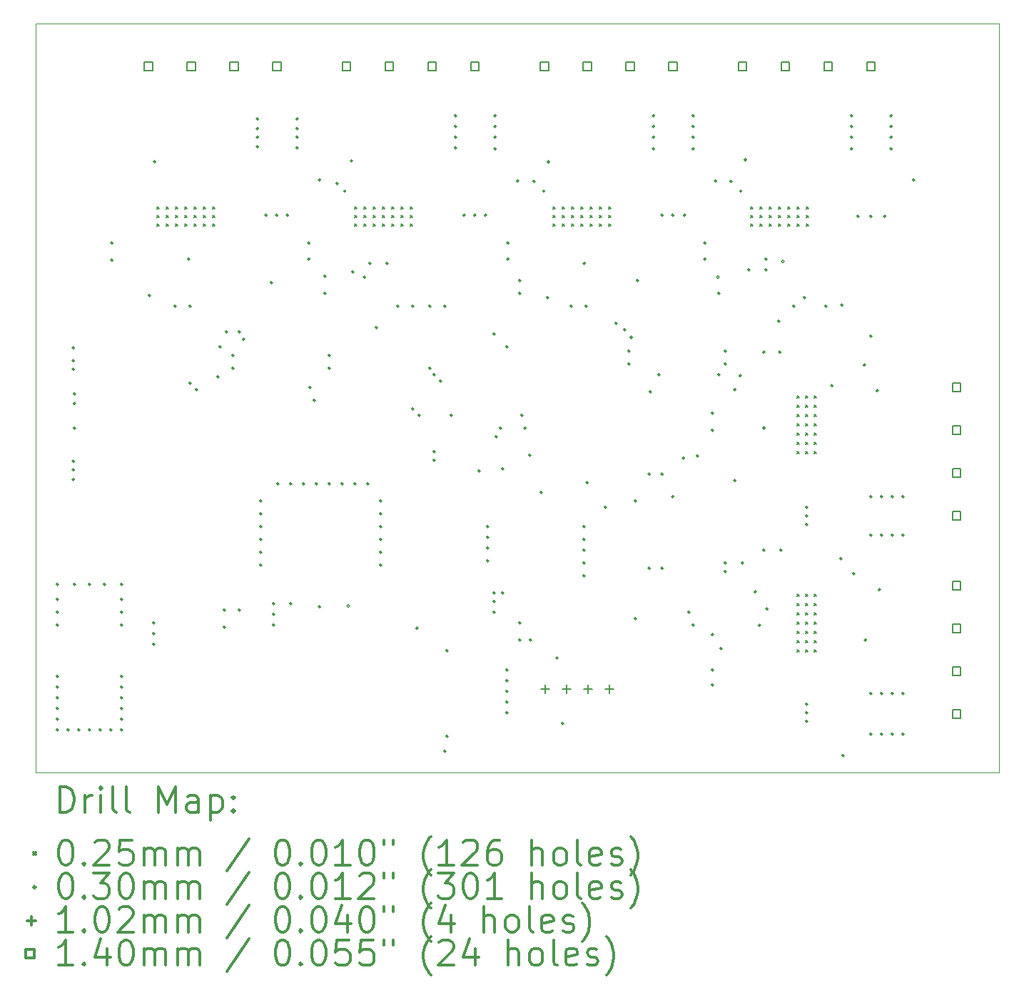
<source format=gbr>
%FSLAX45Y45*%
G04 Gerber Fmt 4.5, Leading zero omitted, Abs format (unit mm)*
G04 Created by KiCad (PCBNEW (5.1.9)-1) date 2021-04-25 15:52:07*
%MOMM*%
%LPD*%
G01*
G04 APERTURE LIST*
%TA.AperFunction,Profile*%
%ADD10C,0.050000*%
%TD*%
%ADD11C,0.200000*%
%ADD12C,0.300000*%
G04 APERTURE END LIST*
D10*
X21209000Y-5461000D02*
X9779000Y-5461000D01*
X21209000Y-14351000D02*
X21209000Y-5461000D01*
X9779000Y-14351000D02*
X21209000Y-14351000D01*
X9779000Y-5461000D02*
X9779000Y-14351000D01*
D11*
X11214300Y-7634300D02*
X11239700Y-7659700D01*
X11239700Y-7634300D02*
X11214300Y-7659700D01*
X11214300Y-7734300D02*
X11239700Y-7759700D01*
X11239700Y-7734300D02*
X11214300Y-7759700D01*
X11214300Y-7834300D02*
X11239700Y-7859700D01*
X11239700Y-7834300D02*
X11214300Y-7859700D01*
X11324300Y-7634300D02*
X11349700Y-7659700D01*
X11349700Y-7634300D02*
X11324300Y-7659700D01*
X11324300Y-7734300D02*
X11349700Y-7759700D01*
X11349700Y-7734300D02*
X11324300Y-7759700D01*
X11324300Y-7834300D02*
X11349700Y-7859700D01*
X11349700Y-7834300D02*
X11324300Y-7859700D01*
X11434300Y-7634300D02*
X11459700Y-7659700D01*
X11459700Y-7634300D02*
X11434300Y-7659700D01*
X11434300Y-7734300D02*
X11459700Y-7759700D01*
X11459700Y-7734300D02*
X11434300Y-7759700D01*
X11434300Y-7834300D02*
X11459700Y-7859700D01*
X11459700Y-7834300D02*
X11434300Y-7859700D01*
X11544300Y-7634300D02*
X11569700Y-7659700D01*
X11569700Y-7634300D02*
X11544300Y-7659700D01*
X11544300Y-7734300D02*
X11569700Y-7759700D01*
X11569700Y-7734300D02*
X11544300Y-7759700D01*
X11544300Y-7834300D02*
X11569700Y-7859700D01*
X11569700Y-7834300D02*
X11544300Y-7859700D01*
X11654300Y-7634300D02*
X11679700Y-7659700D01*
X11679700Y-7634300D02*
X11654300Y-7659700D01*
X11654300Y-7734300D02*
X11679700Y-7759700D01*
X11679700Y-7734300D02*
X11654300Y-7759700D01*
X11654300Y-7834300D02*
X11679700Y-7859700D01*
X11679700Y-7834300D02*
X11654300Y-7859700D01*
X11764300Y-7634300D02*
X11789700Y-7659700D01*
X11789700Y-7634300D02*
X11764300Y-7659700D01*
X11764300Y-7734300D02*
X11789700Y-7759700D01*
X11789700Y-7734300D02*
X11764300Y-7759700D01*
X11764300Y-7834300D02*
X11789700Y-7859700D01*
X11789700Y-7834300D02*
X11764300Y-7859700D01*
X11874300Y-7634300D02*
X11899700Y-7659700D01*
X11899700Y-7634300D02*
X11874300Y-7659700D01*
X11874300Y-7734300D02*
X11899700Y-7759700D01*
X11899700Y-7734300D02*
X11874300Y-7759700D01*
X11874300Y-7834300D02*
X11899700Y-7859700D01*
X11899700Y-7834300D02*
X11874300Y-7859700D01*
X13563800Y-7634300D02*
X13589200Y-7659700D01*
X13589200Y-7634300D02*
X13563800Y-7659700D01*
X13563800Y-7734300D02*
X13589200Y-7759700D01*
X13589200Y-7734300D02*
X13563800Y-7759700D01*
X13563800Y-7834300D02*
X13589200Y-7859700D01*
X13589200Y-7834300D02*
X13563800Y-7859700D01*
X13673800Y-7634300D02*
X13699200Y-7659700D01*
X13699200Y-7634300D02*
X13673800Y-7659700D01*
X13673800Y-7734300D02*
X13699200Y-7759700D01*
X13699200Y-7734300D02*
X13673800Y-7759700D01*
X13673800Y-7834300D02*
X13699200Y-7859700D01*
X13699200Y-7834300D02*
X13673800Y-7859700D01*
X13783800Y-7634300D02*
X13809200Y-7659700D01*
X13809200Y-7634300D02*
X13783800Y-7659700D01*
X13783800Y-7734300D02*
X13809200Y-7759700D01*
X13809200Y-7734300D02*
X13783800Y-7759700D01*
X13783800Y-7834300D02*
X13809200Y-7859700D01*
X13809200Y-7834300D02*
X13783800Y-7859700D01*
X13893800Y-7634300D02*
X13919200Y-7659700D01*
X13919200Y-7634300D02*
X13893800Y-7659700D01*
X13893800Y-7734300D02*
X13919200Y-7759700D01*
X13919200Y-7734300D02*
X13893800Y-7759700D01*
X13893800Y-7834300D02*
X13919200Y-7859700D01*
X13919200Y-7834300D02*
X13893800Y-7859700D01*
X14003800Y-7634300D02*
X14029200Y-7659700D01*
X14029200Y-7634300D02*
X14003800Y-7659700D01*
X14003800Y-7734300D02*
X14029200Y-7759700D01*
X14029200Y-7734300D02*
X14003800Y-7759700D01*
X14003800Y-7834300D02*
X14029200Y-7859700D01*
X14029200Y-7834300D02*
X14003800Y-7859700D01*
X14113800Y-7634300D02*
X14139200Y-7659700D01*
X14139200Y-7634300D02*
X14113800Y-7659700D01*
X14113800Y-7734300D02*
X14139200Y-7759700D01*
X14139200Y-7734300D02*
X14113800Y-7759700D01*
X14113800Y-7834300D02*
X14139200Y-7859700D01*
X14139200Y-7834300D02*
X14113800Y-7859700D01*
X14223800Y-7634300D02*
X14249200Y-7659700D01*
X14249200Y-7634300D02*
X14223800Y-7659700D01*
X14223800Y-7734300D02*
X14249200Y-7759700D01*
X14249200Y-7734300D02*
X14223800Y-7759700D01*
X14223800Y-7834300D02*
X14249200Y-7859700D01*
X14249200Y-7834300D02*
X14223800Y-7859700D01*
X15913300Y-7634300D02*
X15938700Y-7659700D01*
X15938700Y-7634300D02*
X15913300Y-7659700D01*
X15913300Y-7734300D02*
X15938700Y-7759700D01*
X15938700Y-7734300D02*
X15913300Y-7759700D01*
X15913300Y-7834300D02*
X15938700Y-7859700D01*
X15938700Y-7834300D02*
X15913300Y-7859700D01*
X16023300Y-7634300D02*
X16048700Y-7659700D01*
X16048700Y-7634300D02*
X16023300Y-7659700D01*
X16023300Y-7734300D02*
X16048700Y-7759700D01*
X16048700Y-7734300D02*
X16023300Y-7759700D01*
X16023300Y-7834300D02*
X16048700Y-7859700D01*
X16048700Y-7834300D02*
X16023300Y-7859700D01*
X16133300Y-7634300D02*
X16158700Y-7659700D01*
X16158700Y-7634300D02*
X16133300Y-7659700D01*
X16133300Y-7734300D02*
X16158700Y-7759700D01*
X16158700Y-7734300D02*
X16133300Y-7759700D01*
X16133300Y-7834300D02*
X16158700Y-7859700D01*
X16158700Y-7834300D02*
X16133300Y-7859700D01*
X16243300Y-7634300D02*
X16268700Y-7659700D01*
X16268700Y-7634300D02*
X16243300Y-7659700D01*
X16243300Y-7734300D02*
X16268700Y-7759700D01*
X16268700Y-7734300D02*
X16243300Y-7759700D01*
X16243300Y-7834300D02*
X16268700Y-7859700D01*
X16268700Y-7834300D02*
X16243300Y-7859700D01*
X16353300Y-7634300D02*
X16378700Y-7659700D01*
X16378700Y-7634300D02*
X16353300Y-7659700D01*
X16353300Y-7734300D02*
X16378700Y-7759700D01*
X16378700Y-7734300D02*
X16353300Y-7759700D01*
X16353300Y-7834300D02*
X16378700Y-7859700D01*
X16378700Y-7834300D02*
X16353300Y-7859700D01*
X16463300Y-7634300D02*
X16488700Y-7659700D01*
X16488700Y-7634300D02*
X16463300Y-7659700D01*
X16463300Y-7734300D02*
X16488700Y-7759700D01*
X16488700Y-7734300D02*
X16463300Y-7759700D01*
X16463300Y-7834300D02*
X16488700Y-7859700D01*
X16488700Y-7834300D02*
X16463300Y-7859700D01*
X16573300Y-7634300D02*
X16598700Y-7659700D01*
X16598700Y-7634300D02*
X16573300Y-7659700D01*
X16573300Y-7734300D02*
X16598700Y-7759700D01*
X16598700Y-7734300D02*
X16573300Y-7759700D01*
X16573300Y-7834300D02*
X16598700Y-7859700D01*
X16598700Y-7834300D02*
X16573300Y-7859700D01*
X18262800Y-7634300D02*
X18288200Y-7659700D01*
X18288200Y-7634300D02*
X18262800Y-7659700D01*
X18262800Y-7734300D02*
X18288200Y-7759700D01*
X18288200Y-7734300D02*
X18262800Y-7759700D01*
X18262800Y-7834300D02*
X18288200Y-7859700D01*
X18288200Y-7834300D02*
X18262800Y-7859700D01*
X18372800Y-7634300D02*
X18398200Y-7659700D01*
X18398200Y-7634300D02*
X18372800Y-7659700D01*
X18372800Y-7734300D02*
X18398200Y-7759700D01*
X18398200Y-7734300D02*
X18372800Y-7759700D01*
X18372800Y-7834300D02*
X18398200Y-7859700D01*
X18398200Y-7834300D02*
X18372800Y-7859700D01*
X18482800Y-7634300D02*
X18508200Y-7659700D01*
X18508200Y-7634300D02*
X18482800Y-7659700D01*
X18482800Y-7734300D02*
X18508200Y-7759700D01*
X18508200Y-7734300D02*
X18482800Y-7759700D01*
X18482800Y-7834300D02*
X18508200Y-7859700D01*
X18508200Y-7834300D02*
X18482800Y-7859700D01*
X18592800Y-7634300D02*
X18618200Y-7659700D01*
X18618200Y-7634300D02*
X18592800Y-7659700D01*
X18592800Y-7734300D02*
X18618200Y-7759700D01*
X18618200Y-7734300D02*
X18592800Y-7759700D01*
X18592800Y-7834300D02*
X18618200Y-7859700D01*
X18618200Y-7834300D02*
X18592800Y-7859700D01*
X18702800Y-7634300D02*
X18728200Y-7659700D01*
X18728200Y-7634300D02*
X18702800Y-7659700D01*
X18702800Y-7734300D02*
X18728200Y-7759700D01*
X18728200Y-7734300D02*
X18702800Y-7759700D01*
X18702800Y-7834300D02*
X18728200Y-7859700D01*
X18728200Y-7834300D02*
X18702800Y-7859700D01*
X18810300Y-9880800D02*
X18835700Y-9906200D01*
X18835700Y-9880800D02*
X18810300Y-9906200D01*
X18810300Y-9990800D02*
X18835700Y-10016200D01*
X18835700Y-9990800D02*
X18810300Y-10016200D01*
X18810300Y-10100800D02*
X18835700Y-10126200D01*
X18835700Y-10100800D02*
X18810300Y-10126200D01*
X18810300Y-10210800D02*
X18835700Y-10236200D01*
X18835700Y-10210800D02*
X18810300Y-10236200D01*
X18810300Y-10320800D02*
X18835700Y-10346200D01*
X18835700Y-10320800D02*
X18810300Y-10346200D01*
X18810300Y-10430800D02*
X18835700Y-10456200D01*
X18835700Y-10430800D02*
X18810300Y-10456200D01*
X18810300Y-10540800D02*
X18835700Y-10566200D01*
X18835700Y-10540800D02*
X18810300Y-10566200D01*
X18810300Y-12230300D02*
X18835700Y-12255700D01*
X18835700Y-12230300D02*
X18810300Y-12255700D01*
X18810300Y-12340300D02*
X18835700Y-12365700D01*
X18835700Y-12340300D02*
X18810300Y-12365700D01*
X18810300Y-12450300D02*
X18835700Y-12475700D01*
X18835700Y-12450300D02*
X18810300Y-12475700D01*
X18810300Y-12560300D02*
X18835700Y-12585700D01*
X18835700Y-12560300D02*
X18810300Y-12585700D01*
X18810300Y-12670300D02*
X18835700Y-12695700D01*
X18835700Y-12670300D02*
X18810300Y-12695700D01*
X18810300Y-12780300D02*
X18835700Y-12805700D01*
X18835700Y-12780300D02*
X18810300Y-12805700D01*
X18810300Y-12890300D02*
X18835700Y-12915700D01*
X18835700Y-12890300D02*
X18810300Y-12915700D01*
X18812800Y-7634300D02*
X18838200Y-7659700D01*
X18838200Y-7634300D02*
X18812800Y-7659700D01*
X18812800Y-7734300D02*
X18838200Y-7759700D01*
X18838200Y-7734300D02*
X18812800Y-7759700D01*
X18812800Y-7834300D02*
X18838200Y-7859700D01*
X18838200Y-7834300D02*
X18812800Y-7859700D01*
X18910300Y-9880800D02*
X18935700Y-9906200D01*
X18935700Y-9880800D02*
X18910300Y-9906200D01*
X18910300Y-9990800D02*
X18935700Y-10016200D01*
X18935700Y-9990800D02*
X18910300Y-10016200D01*
X18910300Y-10100800D02*
X18935700Y-10126200D01*
X18935700Y-10100800D02*
X18910300Y-10126200D01*
X18910300Y-10210800D02*
X18935700Y-10236200D01*
X18935700Y-10210800D02*
X18910300Y-10236200D01*
X18910300Y-10320800D02*
X18935700Y-10346200D01*
X18935700Y-10320800D02*
X18910300Y-10346200D01*
X18910300Y-10430800D02*
X18935700Y-10456200D01*
X18935700Y-10430800D02*
X18910300Y-10456200D01*
X18910300Y-10540800D02*
X18935700Y-10566200D01*
X18935700Y-10540800D02*
X18910300Y-10566200D01*
X18910300Y-12230300D02*
X18935700Y-12255700D01*
X18935700Y-12230300D02*
X18910300Y-12255700D01*
X18910300Y-12340300D02*
X18935700Y-12365700D01*
X18935700Y-12340300D02*
X18910300Y-12365700D01*
X18910300Y-12450300D02*
X18935700Y-12475700D01*
X18935700Y-12450300D02*
X18910300Y-12475700D01*
X18910300Y-12560300D02*
X18935700Y-12585700D01*
X18935700Y-12560300D02*
X18910300Y-12585700D01*
X18910300Y-12670300D02*
X18935700Y-12695700D01*
X18935700Y-12670300D02*
X18910300Y-12695700D01*
X18910300Y-12780300D02*
X18935700Y-12805700D01*
X18935700Y-12780300D02*
X18910300Y-12805700D01*
X18910300Y-12890300D02*
X18935700Y-12915700D01*
X18935700Y-12890300D02*
X18910300Y-12915700D01*
X18922800Y-7634300D02*
X18948200Y-7659700D01*
X18948200Y-7634300D02*
X18922800Y-7659700D01*
X18922800Y-7734300D02*
X18948200Y-7759700D01*
X18948200Y-7734300D02*
X18922800Y-7759700D01*
X18922800Y-7834300D02*
X18948200Y-7859700D01*
X18948200Y-7834300D02*
X18922800Y-7859700D01*
X19010300Y-9880800D02*
X19035700Y-9906200D01*
X19035700Y-9880800D02*
X19010300Y-9906200D01*
X19010300Y-9990800D02*
X19035700Y-10016200D01*
X19035700Y-9990800D02*
X19010300Y-10016200D01*
X19010300Y-10100800D02*
X19035700Y-10126200D01*
X19035700Y-10100800D02*
X19010300Y-10126200D01*
X19010300Y-10210800D02*
X19035700Y-10236200D01*
X19035700Y-10210800D02*
X19010300Y-10236200D01*
X19010300Y-10320800D02*
X19035700Y-10346200D01*
X19035700Y-10320800D02*
X19010300Y-10346200D01*
X19010300Y-10430800D02*
X19035700Y-10456200D01*
X19035700Y-10430800D02*
X19010300Y-10456200D01*
X19010300Y-10540800D02*
X19035700Y-10566200D01*
X19035700Y-10540800D02*
X19010300Y-10566200D01*
X19010300Y-12230300D02*
X19035700Y-12255700D01*
X19035700Y-12230300D02*
X19010300Y-12255700D01*
X19010300Y-12340300D02*
X19035700Y-12365700D01*
X19035700Y-12340300D02*
X19010300Y-12365700D01*
X19010300Y-12450300D02*
X19035700Y-12475700D01*
X19035700Y-12450300D02*
X19010300Y-12475700D01*
X19010300Y-12560300D02*
X19035700Y-12585700D01*
X19035700Y-12560300D02*
X19010300Y-12585700D01*
X19010300Y-12670300D02*
X19035700Y-12695700D01*
X19035700Y-12670300D02*
X19010300Y-12695700D01*
X19010300Y-12780300D02*
X19035700Y-12805700D01*
X19035700Y-12780300D02*
X19010300Y-12805700D01*
X19010300Y-12890300D02*
X19035700Y-12915700D01*
X19035700Y-12890300D02*
X19010300Y-12915700D01*
X10048000Y-12115800D02*
G75*
G03*
X10048000Y-12115800I-15000J0D01*
G01*
X10048000Y-12293600D02*
G75*
G03*
X10048000Y-12293600I-15000J0D01*
G01*
X10048000Y-12446000D02*
G75*
G03*
X10048000Y-12446000I-15000J0D01*
G01*
X10048000Y-12598400D02*
G75*
G03*
X10048000Y-12598400I-15000J0D01*
G01*
X10048000Y-13208000D02*
G75*
G03*
X10048000Y-13208000I-15000J0D01*
G01*
X10048000Y-13335000D02*
G75*
G03*
X10048000Y-13335000I-15000J0D01*
G01*
X10048000Y-13462000D02*
G75*
G03*
X10048000Y-13462000I-15000J0D01*
G01*
X10048000Y-13589000D02*
G75*
G03*
X10048000Y-13589000I-15000J0D01*
G01*
X10048000Y-13716000D02*
G75*
G03*
X10048000Y-13716000I-15000J0D01*
G01*
X10048000Y-13843000D02*
G75*
G03*
X10048000Y-13843000I-15000J0D01*
G01*
X10175000Y-13843000D02*
G75*
G03*
X10175000Y-13843000I-15000J0D01*
G01*
X10238500Y-9309100D02*
G75*
G03*
X10238500Y-9309100I-15000J0D01*
G01*
X10238500Y-9461500D02*
G75*
G03*
X10238500Y-9461500I-15000J0D01*
G01*
X10238500Y-9563100D02*
G75*
G03*
X10238500Y-9563100I-15000J0D01*
G01*
X10238500Y-10655300D02*
G75*
G03*
X10238500Y-10655300I-15000J0D01*
G01*
X10238500Y-10756900D02*
G75*
G03*
X10238500Y-10756900I-15000J0D01*
G01*
X10238500Y-10871200D02*
G75*
G03*
X10238500Y-10871200I-15000J0D01*
G01*
X10251200Y-9855200D02*
G75*
G03*
X10251200Y-9855200I-15000J0D01*
G01*
X10251200Y-9969500D02*
G75*
G03*
X10251200Y-9969500I-15000J0D01*
G01*
X10251200Y-10261600D02*
G75*
G03*
X10251200Y-10261600I-15000J0D01*
G01*
X10251200Y-12115800D02*
G75*
G03*
X10251200Y-12115800I-15000J0D01*
G01*
X10302000Y-13843000D02*
G75*
G03*
X10302000Y-13843000I-15000J0D01*
G01*
X10429000Y-12115800D02*
G75*
G03*
X10429000Y-12115800I-15000J0D01*
G01*
X10429000Y-13843000D02*
G75*
G03*
X10429000Y-13843000I-15000J0D01*
G01*
X10556000Y-13843000D02*
G75*
G03*
X10556000Y-13843000I-15000J0D01*
G01*
X10606800Y-12115800D02*
G75*
G03*
X10606800Y-12115800I-15000J0D01*
G01*
X10683000Y-13843000D02*
G75*
G03*
X10683000Y-13843000I-15000J0D01*
G01*
X10695700Y-8064500D02*
G75*
G03*
X10695700Y-8064500I-15000J0D01*
G01*
X10695700Y-8267700D02*
G75*
G03*
X10695700Y-8267700I-15000J0D01*
G01*
X10810000Y-12115800D02*
G75*
G03*
X10810000Y-12115800I-15000J0D01*
G01*
X10810000Y-12293600D02*
G75*
G03*
X10810000Y-12293600I-15000J0D01*
G01*
X10810000Y-12446000D02*
G75*
G03*
X10810000Y-12446000I-15000J0D01*
G01*
X10810000Y-12598400D02*
G75*
G03*
X10810000Y-12598400I-15000J0D01*
G01*
X10810000Y-13208000D02*
G75*
G03*
X10810000Y-13208000I-15000J0D01*
G01*
X10810000Y-13335000D02*
G75*
G03*
X10810000Y-13335000I-15000J0D01*
G01*
X10810000Y-13462000D02*
G75*
G03*
X10810000Y-13462000I-15000J0D01*
G01*
X10810000Y-13589000D02*
G75*
G03*
X10810000Y-13589000I-15000J0D01*
G01*
X10810000Y-13716000D02*
G75*
G03*
X10810000Y-13716000I-15000J0D01*
G01*
X10810000Y-13843000D02*
G75*
G03*
X10810000Y-13843000I-15000J0D01*
G01*
X11140200Y-8686800D02*
G75*
G03*
X11140200Y-8686800I-15000J0D01*
G01*
X11191000Y-12573000D02*
G75*
G03*
X11191000Y-12573000I-15000J0D01*
G01*
X11191000Y-12700000D02*
G75*
G03*
X11191000Y-12700000I-15000J0D01*
G01*
X11191000Y-12827000D02*
G75*
G03*
X11191000Y-12827000I-15000J0D01*
G01*
X11203700Y-7099300D02*
G75*
G03*
X11203700Y-7099300I-15000J0D01*
G01*
X11445000Y-8813800D02*
G75*
G03*
X11445000Y-8813800I-15000J0D01*
G01*
X11604500Y-8255000D02*
G75*
G03*
X11604500Y-8255000I-15000J0D01*
G01*
X11622800Y-8813800D02*
G75*
G03*
X11622800Y-8813800I-15000J0D01*
G01*
X11622800Y-9728200D02*
G75*
G03*
X11622800Y-9728200I-15000J0D01*
G01*
X11699000Y-9804400D02*
G75*
G03*
X11699000Y-9804400I-15000J0D01*
G01*
X11953000Y-9652000D02*
G75*
G03*
X11953000Y-9652000I-15000J0D01*
G01*
X11978400Y-9296400D02*
G75*
G03*
X11978400Y-9296400I-15000J0D01*
G01*
X12029200Y-12420600D02*
G75*
G03*
X12029200Y-12420600I-15000J0D01*
G01*
X12029200Y-12623800D02*
G75*
G03*
X12029200Y-12623800I-15000J0D01*
G01*
X12054600Y-9118600D02*
G75*
G03*
X12054600Y-9118600I-15000J0D01*
G01*
X12130800Y-9398000D02*
G75*
G03*
X12130800Y-9398000I-15000J0D01*
G01*
X12130800Y-9550400D02*
G75*
G03*
X12130800Y-9550400I-15000J0D01*
G01*
X12207000Y-12420600D02*
G75*
G03*
X12207000Y-12420600I-15000J0D01*
G01*
X12207400Y-9119000D02*
G75*
G03*
X12207400Y-9119000I-15000J0D01*
G01*
X12257800Y-9207500D02*
G75*
G03*
X12257800Y-9207500I-15000J0D01*
G01*
X12422900Y-6591300D02*
G75*
G03*
X12422900Y-6591300I-15000J0D01*
G01*
X12422900Y-6705600D02*
G75*
G03*
X12422900Y-6705600I-15000J0D01*
G01*
X12422900Y-6807200D02*
G75*
G03*
X12422900Y-6807200I-15000J0D01*
G01*
X12422900Y-6921500D02*
G75*
G03*
X12422900Y-6921500I-15000J0D01*
G01*
X12461000Y-11125200D02*
G75*
G03*
X12461000Y-11125200I-15000J0D01*
G01*
X12461000Y-11277600D02*
G75*
G03*
X12461000Y-11277600I-15000J0D01*
G01*
X12461000Y-11430000D02*
G75*
G03*
X12461000Y-11430000I-15000J0D01*
G01*
X12461000Y-11582400D02*
G75*
G03*
X12461000Y-11582400I-15000J0D01*
G01*
X12461000Y-11734800D02*
G75*
G03*
X12461000Y-11734800I-15000J0D01*
G01*
X12461000Y-11887200D02*
G75*
G03*
X12461000Y-11887200I-15000J0D01*
G01*
X12524500Y-7734300D02*
G75*
G03*
X12524500Y-7734300I-15000J0D01*
G01*
X12587600Y-8534000D02*
G75*
G03*
X12587600Y-8534000I-15000J0D01*
G01*
X12613400Y-12344400D02*
G75*
G03*
X12613400Y-12344400I-15000J0D01*
G01*
X12613400Y-12471400D02*
G75*
G03*
X12613400Y-12471400I-15000J0D01*
G01*
X12613400Y-12598400D02*
G75*
G03*
X12613400Y-12598400I-15000J0D01*
G01*
X12651500Y-7734300D02*
G75*
G03*
X12651500Y-7734300I-15000J0D01*
G01*
X12664200Y-10922000D02*
G75*
G03*
X12664200Y-10922000I-15000J0D01*
G01*
X12778500Y-7734300D02*
G75*
G03*
X12778500Y-7734300I-15000J0D01*
G01*
X12816600Y-10922000D02*
G75*
G03*
X12816600Y-10922000I-15000J0D01*
G01*
X12816600Y-12344400D02*
G75*
G03*
X12816600Y-12344400I-15000J0D01*
G01*
X12892800Y-6591300D02*
G75*
G03*
X12892800Y-6591300I-15000J0D01*
G01*
X12892800Y-6705600D02*
G75*
G03*
X12892800Y-6705600I-15000J0D01*
G01*
X12892800Y-6807200D02*
G75*
G03*
X12892800Y-6807200I-15000J0D01*
G01*
X12892800Y-6934200D02*
G75*
G03*
X12892800Y-6934200I-15000J0D01*
G01*
X12969000Y-10922000D02*
G75*
G03*
X12969000Y-10922000I-15000J0D01*
G01*
X13032500Y-8064500D02*
G75*
G03*
X13032500Y-8064500I-15000J0D01*
G01*
X13032500Y-8255000D02*
G75*
G03*
X13032500Y-8255000I-15000J0D01*
G01*
X13045200Y-9779000D02*
G75*
G03*
X13045200Y-9779000I-15000J0D01*
G01*
X13096000Y-9931400D02*
G75*
G03*
X13096000Y-9931400I-15000J0D01*
G01*
X13121400Y-10922000D02*
G75*
G03*
X13121400Y-10922000I-15000J0D01*
G01*
X13159500Y-7315200D02*
G75*
G03*
X13159500Y-7315200I-15000J0D01*
G01*
X13159500Y-12382500D02*
G75*
G03*
X13159500Y-12382500I-15000J0D01*
G01*
X13223000Y-8458200D02*
G75*
G03*
X13223000Y-8458200I-15000J0D01*
G01*
X13223000Y-8661400D02*
G75*
G03*
X13223000Y-8661400I-15000J0D01*
G01*
X13273800Y-9398000D02*
G75*
G03*
X13273800Y-9398000I-15000J0D01*
G01*
X13273800Y-9550400D02*
G75*
G03*
X13273800Y-9550400I-15000J0D01*
G01*
X13273800Y-10922000D02*
G75*
G03*
X13273800Y-10922000I-15000J0D01*
G01*
X13365350Y-7355950D02*
G75*
G03*
X13365350Y-7355950I-15000J0D01*
G01*
X13426200Y-10922000D02*
G75*
G03*
X13426200Y-10922000I-15000J0D01*
G01*
X13456400Y-7447000D02*
G75*
G03*
X13456400Y-7447000I-15000J0D01*
G01*
X13499500Y-12372700D02*
G75*
G03*
X13499500Y-12372700I-15000J0D01*
G01*
X13537850Y-7089250D02*
G75*
G03*
X13537850Y-7089250I-15000J0D01*
G01*
X13553200Y-8407400D02*
G75*
G03*
X13553200Y-8407400I-15000J0D01*
G01*
X13578600Y-10922000D02*
G75*
G03*
X13578600Y-10922000I-15000J0D01*
G01*
X13692900Y-8470900D02*
G75*
G03*
X13692900Y-8470900I-15000J0D01*
G01*
X13731000Y-10922000D02*
G75*
G03*
X13731000Y-10922000I-15000J0D01*
G01*
X13756400Y-8305800D02*
G75*
G03*
X13756400Y-8305800I-15000J0D01*
G01*
X13832600Y-9067800D02*
G75*
G03*
X13832600Y-9067800I-15000J0D01*
G01*
X13883400Y-11125200D02*
G75*
G03*
X13883400Y-11125200I-15000J0D01*
G01*
X13883400Y-11277600D02*
G75*
G03*
X13883400Y-11277600I-15000J0D01*
G01*
X13883400Y-11430000D02*
G75*
G03*
X13883400Y-11430000I-15000J0D01*
G01*
X13883400Y-11582400D02*
G75*
G03*
X13883400Y-11582400I-15000J0D01*
G01*
X13883400Y-11734800D02*
G75*
G03*
X13883400Y-11734800I-15000J0D01*
G01*
X13883400Y-11887200D02*
G75*
G03*
X13883400Y-11887200I-15000J0D01*
G01*
X13959600Y-8305800D02*
G75*
G03*
X13959600Y-8305800I-15000J0D01*
G01*
X14086600Y-8813800D02*
G75*
G03*
X14086600Y-8813800I-15000J0D01*
G01*
X14264400Y-8813800D02*
G75*
G03*
X14264400Y-8813800I-15000J0D01*
G01*
X14264400Y-10033000D02*
G75*
G03*
X14264400Y-10033000I-15000J0D01*
G01*
X14315200Y-12636500D02*
G75*
G03*
X14315200Y-12636500I-15000J0D01*
G01*
X14340600Y-10109200D02*
G75*
G03*
X14340600Y-10109200I-15000J0D01*
G01*
X14467600Y-8813800D02*
G75*
G03*
X14467600Y-8813800I-15000J0D01*
G01*
X14467600Y-9550400D02*
G75*
G03*
X14467600Y-9550400I-15000J0D01*
G01*
X14518400Y-9626600D02*
G75*
G03*
X14518400Y-9626600I-15000J0D01*
G01*
X14518400Y-10541000D02*
G75*
G03*
X14518400Y-10541000I-15000J0D01*
G01*
X14518400Y-10642600D02*
G75*
G03*
X14518400Y-10642600I-15000J0D01*
G01*
X14594600Y-9702800D02*
G75*
G03*
X14594600Y-9702800I-15000J0D01*
G01*
X14645400Y-8813800D02*
G75*
G03*
X14645400Y-8813800I-15000J0D01*
G01*
X14645400Y-14097000D02*
G75*
G03*
X14645400Y-14097000I-15000J0D01*
G01*
X14670800Y-12903200D02*
G75*
G03*
X14670800Y-12903200I-15000J0D01*
G01*
X14670800Y-13919200D02*
G75*
G03*
X14670800Y-13919200I-15000J0D01*
G01*
X14721600Y-10109200D02*
G75*
G03*
X14721600Y-10109200I-15000J0D01*
G01*
X14772400Y-6553200D02*
G75*
G03*
X14772400Y-6553200I-15000J0D01*
G01*
X14772400Y-6680200D02*
G75*
G03*
X14772400Y-6680200I-15000J0D01*
G01*
X14772400Y-6807200D02*
G75*
G03*
X14772400Y-6807200I-15000J0D01*
G01*
X14772400Y-6934200D02*
G75*
G03*
X14772400Y-6934200I-15000J0D01*
G01*
X14874000Y-7734300D02*
G75*
G03*
X14874000Y-7734300I-15000J0D01*
G01*
X15001000Y-7734300D02*
G75*
G03*
X15001000Y-7734300I-15000J0D01*
G01*
X15051800Y-10769600D02*
G75*
G03*
X15051800Y-10769600I-15000J0D01*
G01*
X15128000Y-7734300D02*
G75*
G03*
X15128000Y-7734300I-15000J0D01*
G01*
X15153400Y-11430000D02*
G75*
G03*
X15153400Y-11430000I-15000J0D01*
G01*
X15153400Y-11557000D02*
G75*
G03*
X15153400Y-11557000I-15000J0D01*
G01*
X15153400Y-11684000D02*
G75*
G03*
X15153400Y-11684000I-15000J0D01*
G01*
X15153400Y-11836400D02*
G75*
G03*
X15153400Y-11836400I-15000J0D01*
G01*
X15229600Y-9144000D02*
G75*
G03*
X15229600Y-9144000I-15000J0D01*
G01*
X15229600Y-12217400D02*
G75*
G03*
X15229600Y-12217400I-15000J0D01*
G01*
X15229600Y-12319000D02*
G75*
G03*
X15229600Y-12319000I-15000J0D01*
G01*
X15229600Y-12446000D02*
G75*
G03*
X15229600Y-12446000I-15000J0D01*
G01*
X15242300Y-6553200D02*
G75*
G03*
X15242300Y-6553200I-15000J0D01*
G01*
X15242300Y-6680200D02*
G75*
G03*
X15242300Y-6680200I-15000J0D01*
G01*
X15242300Y-6807200D02*
G75*
G03*
X15242300Y-6807200I-15000J0D01*
G01*
X15242300Y-6946900D02*
G75*
G03*
X15242300Y-6946900I-15000J0D01*
G01*
X15255000Y-10363200D02*
G75*
G03*
X15255000Y-10363200I-15000J0D01*
G01*
X15305800Y-10261600D02*
G75*
G03*
X15305800Y-10261600I-15000J0D01*
G01*
X15331200Y-10744200D02*
G75*
G03*
X15331200Y-10744200I-15000J0D01*
G01*
X15331200Y-12217400D02*
G75*
G03*
X15331200Y-12217400I-15000J0D01*
G01*
X15382000Y-9296400D02*
G75*
G03*
X15382000Y-9296400I-15000J0D01*
G01*
X15382000Y-13131800D02*
G75*
G03*
X15382000Y-13131800I-15000J0D01*
G01*
X15382000Y-13258800D02*
G75*
G03*
X15382000Y-13258800I-15000J0D01*
G01*
X15382000Y-13385800D02*
G75*
G03*
X15382000Y-13385800I-15000J0D01*
G01*
X15382000Y-13512800D02*
G75*
G03*
X15382000Y-13512800I-15000J0D01*
G01*
X15382000Y-13639800D02*
G75*
G03*
X15382000Y-13639800I-15000J0D01*
G01*
X15394700Y-8064500D02*
G75*
G03*
X15394700Y-8064500I-15000J0D01*
G01*
X15394700Y-8255000D02*
G75*
G03*
X15394700Y-8255000I-15000J0D01*
G01*
X15509000Y-7327900D02*
G75*
G03*
X15509000Y-7327900I-15000J0D01*
G01*
X15534400Y-8509000D02*
G75*
G03*
X15534400Y-8509000I-15000J0D01*
G01*
X15534400Y-8661400D02*
G75*
G03*
X15534400Y-8661400I-15000J0D01*
G01*
X15534400Y-12573000D02*
G75*
G03*
X15534400Y-12573000I-15000J0D01*
G01*
X15534400Y-12776200D02*
G75*
G03*
X15534400Y-12776200I-15000J0D01*
G01*
X15559800Y-10109200D02*
G75*
G03*
X15559800Y-10109200I-15000J0D01*
G01*
X15597900Y-10261600D02*
G75*
G03*
X15597900Y-10261600I-15000J0D01*
G01*
X15651200Y-10581600D02*
G75*
G03*
X15651200Y-10581600I-15000J0D01*
G01*
X15661400Y-12776200D02*
G75*
G03*
X15661400Y-12776200I-15000J0D01*
G01*
X15702150Y-7330550D02*
G75*
G03*
X15702150Y-7330550I-15000J0D01*
G01*
X15788400Y-11023600D02*
G75*
G03*
X15788400Y-11023600I-15000J0D01*
G01*
X15818600Y-7447000D02*
G75*
G03*
X15818600Y-7447000I-15000J0D01*
G01*
X15864600Y-8712200D02*
G75*
G03*
X15864600Y-8712200I-15000J0D01*
G01*
X15874650Y-7101950D02*
G75*
G03*
X15874650Y-7101950I-15000J0D01*
G01*
X15976250Y-12989450D02*
G75*
G03*
X15976250Y-12989450I-15000J0D01*
G01*
X16042400Y-13766800D02*
G75*
G03*
X16042400Y-13766800I-15000J0D01*
G01*
X16144000Y-8813800D02*
G75*
G03*
X16144000Y-8813800I-15000J0D01*
G01*
X16296400Y-11430000D02*
G75*
G03*
X16296400Y-11430000I-15000J0D01*
G01*
X16296400Y-11582400D02*
G75*
G03*
X16296400Y-11582400I-15000J0D01*
G01*
X16296400Y-11709400D02*
G75*
G03*
X16296400Y-11709400I-15000J0D01*
G01*
X16296400Y-11861800D02*
G75*
G03*
X16296400Y-11861800I-15000J0D01*
G01*
X16296400Y-12014200D02*
G75*
G03*
X16296400Y-12014200I-15000J0D01*
G01*
X16301200Y-8305800D02*
G75*
G03*
X16301200Y-8305800I-15000J0D01*
G01*
X16321800Y-8813800D02*
G75*
G03*
X16321800Y-8813800I-15000J0D01*
G01*
X16334500Y-10909300D02*
G75*
G03*
X16334500Y-10909300I-15000J0D01*
G01*
X16550400Y-11201400D02*
G75*
G03*
X16550400Y-11201400I-15000J0D01*
G01*
X16677400Y-9017000D02*
G75*
G03*
X16677400Y-9017000I-15000J0D01*
G01*
X16779000Y-9093200D02*
G75*
G03*
X16779000Y-9093200I-15000J0D01*
G01*
X16829800Y-9347200D02*
G75*
G03*
X16829800Y-9347200I-15000J0D01*
G01*
X16829800Y-9499600D02*
G75*
G03*
X16829800Y-9499600I-15000J0D01*
G01*
X16855200Y-9182900D02*
G75*
G03*
X16855200Y-9182900I-15000J0D01*
G01*
X16906000Y-11125200D02*
G75*
G03*
X16906000Y-11125200I-15000J0D01*
G01*
X16906000Y-12522200D02*
G75*
G03*
X16906000Y-12522200I-15000J0D01*
G01*
X16931400Y-8509000D02*
G75*
G03*
X16931400Y-8509000I-15000J0D01*
G01*
X17071100Y-10807700D02*
G75*
G03*
X17071100Y-10807700I-15000J0D01*
G01*
X17071100Y-11925300D02*
G75*
G03*
X17071100Y-11925300I-15000J0D01*
G01*
X17083800Y-9829800D02*
G75*
G03*
X17083800Y-9829800I-15000J0D01*
G01*
X17121900Y-6553200D02*
G75*
G03*
X17121900Y-6553200I-15000J0D01*
G01*
X17121900Y-6680200D02*
G75*
G03*
X17121900Y-6680200I-15000J0D01*
G01*
X17121900Y-6807200D02*
G75*
G03*
X17121900Y-6807200I-15000J0D01*
G01*
X17121900Y-6946900D02*
G75*
G03*
X17121900Y-6946900I-15000J0D01*
G01*
X17185400Y-9626600D02*
G75*
G03*
X17185400Y-9626600I-15000J0D01*
G01*
X17223500Y-7734300D02*
G75*
G03*
X17223500Y-7734300I-15000J0D01*
G01*
X17223500Y-10807700D02*
G75*
G03*
X17223500Y-10807700I-15000J0D01*
G01*
X17223500Y-11925300D02*
G75*
G03*
X17223500Y-11925300I-15000J0D01*
G01*
X17350500Y-7734300D02*
G75*
G03*
X17350500Y-7734300I-15000J0D01*
G01*
X17350500Y-11074400D02*
G75*
G03*
X17350500Y-11074400I-15000J0D01*
G01*
X17477500Y-10617200D02*
G75*
G03*
X17477500Y-10617200I-15000J0D01*
G01*
X17490200Y-7734300D02*
G75*
G03*
X17490200Y-7734300I-15000J0D01*
G01*
X17541000Y-12446000D02*
G75*
G03*
X17541000Y-12446000I-15000J0D01*
G01*
X17591800Y-6553200D02*
G75*
G03*
X17591800Y-6553200I-15000J0D01*
G01*
X17591800Y-6680200D02*
G75*
G03*
X17591800Y-6680200I-15000J0D01*
G01*
X17591800Y-6807200D02*
G75*
G03*
X17591800Y-6807200I-15000J0D01*
G01*
X17591800Y-6946900D02*
G75*
G03*
X17591800Y-6946900I-15000J0D01*
G01*
X17591800Y-12598400D02*
G75*
G03*
X17591800Y-12598400I-15000J0D01*
G01*
X17642600Y-10591800D02*
G75*
G03*
X17642600Y-10591800I-15000J0D01*
G01*
X17731500Y-8064500D02*
G75*
G03*
X17731500Y-8064500I-15000J0D01*
G01*
X17731500Y-8255000D02*
G75*
G03*
X17731500Y-8255000I-15000J0D01*
G01*
X17820400Y-10083800D02*
G75*
G03*
X17820400Y-10083800I-15000J0D01*
G01*
X17820400Y-10287000D02*
G75*
G03*
X17820400Y-10287000I-15000J0D01*
G01*
X17820400Y-12712700D02*
G75*
G03*
X17820400Y-12712700I-15000J0D01*
G01*
X17820400Y-13131800D02*
G75*
G03*
X17820400Y-13131800I-15000J0D01*
G01*
X17820400Y-13309600D02*
G75*
G03*
X17820400Y-13309600I-15000J0D01*
G01*
X17858500Y-7327900D02*
G75*
G03*
X17858500Y-7327900I-15000J0D01*
G01*
X17885800Y-8469000D02*
G75*
G03*
X17885800Y-8469000I-15000J0D01*
G01*
X17896600Y-8661400D02*
G75*
G03*
X17896600Y-8661400I-15000J0D01*
G01*
X17896600Y-9626600D02*
G75*
G03*
X17896600Y-9626600I-15000J0D01*
G01*
X17922000Y-12877800D02*
G75*
G03*
X17922000Y-12877800I-15000J0D01*
G01*
X17972800Y-9347200D02*
G75*
G03*
X17972800Y-9347200I-15000J0D01*
G01*
X17972800Y-9499600D02*
G75*
G03*
X17972800Y-9499600I-15000J0D01*
G01*
X17972800Y-11861800D02*
G75*
G03*
X17972800Y-11861800I-15000J0D01*
G01*
X17972800Y-11963400D02*
G75*
G03*
X17972800Y-11963400I-15000J0D01*
G01*
X18038950Y-7330550D02*
G75*
G03*
X18038950Y-7330550I-15000J0D01*
G01*
X18087100Y-9804400D02*
G75*
G03*
X18087100Y-9804400I-15000J0D01*
G01*
X18087100Y-10883900D02*
G75*
G03*
X18087100Y-10883900I-15000J0D01*
G01*
X18150600Y-9639300D02*
G75*
G03*
X18150600Y-9639300I-15000J0D01*
G01*
X18155400Y-7447000D02*
G75*
G03*
X18155400Y-7447000I-15000J0D01*
G01*
X18176000Y-11861800D02*
G75*
G03*
X18176000Y-11861800I-15000J0D01*
G01*
X18211450Y-7076550D02*
G75*
G03*
X18211450Y-7076550I-15000J0D01*
G01*
X18252200Y-8382000D02*
G75*
G03*
X18252200Y-8382000I-15000J0D01*
G01*
X18328400Y-12204700D02*
G75*
G03*
X18328400Y-12204700I-15000J0D01*
G01*
X18379200Y-12603200D02*
G75*
G03*
X18379200Y-12603200I-15000J0D01*
G01*
X18430000Y-9359900D02*
G75*
G03*
X18430000Y-9359900I-15000J0D01*
G01*
X18430000Y-10258300D02*
G75*
G03*
X18430000Y-10258300I-15000J0D01*
G01*
X18430000Y-11709400D02*
G75*
G03*
X18430000Y-11709400I-15000J0D01*
G01*
X18455400Y-8382000D02*
G75*
G03*
X18455400Y-8382000I-15000J0D01*
G01*
X18455700Y-8255000D02*
G75*
G03*
X18455700Y-8255000I-15000J0D01*
G01*
X18468100Y-12407900D02*
G75*
G03*
X18468100Y-12407900I-15000J0D01*
G01*
X18607800Y-8991600D02*
G75*
G03*
X18607800Y-8991600I-15000J0D01*
G01*
X18620500Y-9359900D02*
G75*
G03*
X18620500Y-9359900I-15000J0D01*
G01*
X18633200Y-11709400D02*
G75*
G03*
X18633200Y-11709400I-15000J0D01*
G01*
X18655300Y-8280400D02*
G75*
G03*
X18655300Y-8280400I-15000J0D01*
G01*
X18785600Y-8813800D02*
G75*
G03*
X18785600Y-8813800I-15000J0D01*
G01*
X18912600Y-8712200D02*
G75*
G03*
X18912600Y-8712200I-15000J0D01*
G01*
X18938000Y-11201400D02*
G75*
G03*
X18938000Y-11201400I-15000J0D01*
G01*
X18938000Y-11303000D02*
G75*
G03*
X18938000Y-11303000I-15000J0D01*
G01*
X18938000Y-11404600D02*
G75*
G03*
X18938000Y-11404600I-15000J0D01*
G01*
X18938000Y-13538200D02*
G75*
G03*
X18938000Y-13538200I-15000J0D01*
G01*
X18938000Y-13639800D02*
G75*
G03*
X18938000Y-13639800I-15000J0D01*
G01*
X18938000Y-13741400D02*
G75*
G03*
X18938000Y-13741400I-15000J0D01*
G01*
X19166600Y-8813800D02*
G75*
G03*
X19166600Y-8813800I-15000J0D01*
G01*
X19238000Y-9758400D02*
G75*
G03*
X19238000Y-9758400I-15000J0D01*
G01*
X19344400Y-11811000D02*
G75*
G03*
X19344400Y-11811000I-15000J0D01*
G01*
X19357100Y-8801100D02*
G75*
G03*
X19357100Y-8801100I-15000J0D01*
G01*
X19369800Y-14147800D02*
G75*
G03*
X19369800Y-14147800I-15000J0D01*
G01*
X19471400Y-6553200D02*
G75*
G03*
X19471400Y-6553200I-15000J0D01*
G01*
X19471400Y-6680200D02*
G75*
G03*
X19471400Y-6680200I-15000J0D01*
G01*
X19471400Y-6807200D02*
G75*
G03*
X19471400Y-6807200I-15000J0D01*
G01*
X19471400Y-6946900D02*
G75*
G03*
X19471400Y-6946900I-15000J0D01*
G01*
X19496800Y-11988800D02*
G75*
G03*
X19496800Y-11988800I-15000J0D01*
G01*
X19547600Y-7747000D02*
G75*
G03*
X19547600Y-7747000I-15000J0D01*
G01*
X19623800Y-9512300D02*
G75*
G03*
X19623800Y-9512300I-15000J0D01*
G01*
X19636500Y-12776200D02*
G75*
G03*
X19636500Y-12776200I-15000J0D01*
G01*
X19700000Y-7747000D02*
G75*
G03*
X19700000Y-7747000I-15000J0D01*
G01*
X19700000Y-9169400D02*
G75*
G03*
X19700000Y-9169400I-15000J0D01*
G01*
X19700000Y-11074400D02*
G75*
G03*
X19700000Y-11074400I-15000J0D01*
G01*
X19700000Y-11531600D02*
G75*
G03*
X19700000Y-11531600I-15000J0D01*
G01*
X19700000Y-13411200D02*
G75*
G03*
X19700000Y-13411200I-15000J0D01*
G01*
X19700000Y-13893800D02*
G75*
G03*
X19700000Y-13893800I-15000J0D01*
G01*
X19776200Y-9817100D02*
G75*
G03*
X19776200Y-9817100I-15000J0D01*
G01*
X19801600Y-12179300D02*
G75*
G03*
X19801600Y-12179300I-15000J0D01*
G01*
X19827000Y-11074400D02*
G75*
G03*
X19827000Y-11074400I-15000J0D01*
G01*
X19827000Y-11531600D02*
G75*
G03*
X19827000Y-11531600I-15000J0D01*
G01*
X19827000Y-13411200D02*
G75*
G03*
X19827000Y-13411200I-15000J0D01*
G01*
X19827000Y-13893800D02*
G75*
G03*
X19827000Y-13893800I-15000J0D01*
G01*
X19865100Y-7747000D02*
G75*
G03*
X19865100Y-7747000I-15000J0D01*
G01*
X19941300Y-6553200D02*
G75*
G03*
X19941300Y-6553200I-15000J0D01*
G01*
X19941300Y-6680200D02*
G75*
G03*
X19941300Y-6680200I-15000J0D01*
G01*
X19941300Y-6807200D02*
G75*
G03*
X19941300Y-6807200I-15000J0D01*
G01*
X19941300Y-6946900D02*
G75*
G03*
X19941300Y-6946900I-15000J0D01*
G01*
X19954000Y-11074400D02*
G75*
G03*
X19954000Y-11074400I-15000J0D01*
G01*
X19954000Y-11531600D02*
G75*
G03*
X19954000Y-11531600I-15000J0D01*
G01*
X19954000Y-13411200D02*
G75*
G03*
X19954000Y-13411200I-15000J0D01*
G01*
X19954000Y-13893800D02*
G75*
G03*
X19954000Y-13893800I-15000J0D01*
G01*
X20081000Y-11074400D02*
G75*
G03*
X20081000Y-11074400I-15000J0D01*
G01*
X20081000Y-11531600D02*
G75*
G03*
X20081000Y-11531600I-15000J0D01*
G01*
X20081000Y-13411200D02*
G75*
G03*
X20081000Y-13411200I-15000J0D01*
G01*
X20081000Y-13893800D02*
G75*
G03*
X20081000Y-13893800I-15000J0D01*
G01*
X20208000Y-7315200D02*
G75*
G03*
X20208000Y-7315200I-15000J0D01*
G01*
X15824200Y-13309400D02*
X15824200Y-13411400D01*
X15773200Y-13360400D02*
X15875200Y-13360400D01*
X16078200Y-13309400D02*
X16078200Y-13411400D01*
X16027200Y-13360400D02*
X16129200Y-13360400D01*
X16332200Y-13309400D02*
X16332200Y-13411400D01*
X16281200Y-13360400D02*
X16383200Y-13360400D01*
X16586200Y-13309400D02*
X16586200Y-13411400D01*
X16535200Y-13360400D02*
X16637200Y-13360400D01*
X11161998Y-6018498D02*
X11161998Y-5919502D01*
X11063002Y-5919502D01*
X11063002Y-6018498D01*
X11161998Y-6018498D01*
X11669998Y-6018498D02*
X11669998Y-5919502D01*
X11571002Y-5919502D01*
X11571002Y-6018498D01*
X11669998Y-6018498D01*
X12177998Y-6018498D02*
X12177998Y-5919502D01*
X12079002Y-5919502D01*
X12079002Y-6018498D01*
X12177998Y-6018498D01*
X12685998Y-6018498D02*
X12685998Y-5919502D01*
X12587002Y-5919502D01*
X12587002Y-6018498D01*
X12685998Y-6018498D01*
X13511498Y-6018498D02*
X13511498Y-5919502D01*
X13412502Y-5919502D01*
X13412502Y-6018498D01*
X13511498Y-6018498D01*
X14019498Y-6018498D02*
X14019498Y-5919502D01*
X13920502Y-5919502D01*
X13920502Y-6018498D01*
X14019498Y-6018498D01*
X14527498Y-6018498D02*
X14527498Y-5919502D01*
X14428502Y-5919502D01*
X14428502Y-6018498D01*
X14527498Y-6018498D01*
X15035498Y-6018498D02*
X15035498Y-5919502D01*
X14936502Y-5919502D01*
X14936502Y-6018498D01*
X15035498Y-6018498D01*
X15860998Y-6018498D02*
X15860998Y-5919502D01*
X15762002Y-5919502D01*
X15762002Y-6018498D01*
X15860998Y-6018498D01*
X16368998Y-6018498D02*
X16368998Y-5919502D01*
X16270002Y-5919502D01*
X16270002Y-6018498D01*
X16368998Y-6018498D01*
X16876998Y-6018498D02*
X16876998Y-5919502D01*
X16778002Y-5919502D01*
X16778002Y-6018498D01*
X16876998Y-6018498D01*
X17384998Y-6018498D02*
X17384998Y-5919502D01*
X17286002Y-5919502D01*
X17286002Y-6018498D01*
X17384998Y-6018498D01*
X18210498Y-6018498D02*
X18210498Y-5919502D01*
X18111502Y-5919502D01*
X18111502Y-6018498D01*
X18210498Y-6018498D01*
X18718498Y-6018498D02*
X18718498Y-5919502D01*
X18619502Y-5919502D01*
X18619502Y-6018498D01*
X18718498Y-6018498D01*
X19226498Y-6018498D02*
X19226498Y-5919502D01*
X19127502Y-5919502D01*
X19127502Y-6018498D01*
X19226498Y-6018498D01*
X19734498Y-6018498D02*
X19734498Y-5919502D01*
X19635502Y-5919502D01*
X19635502Y-6018498D01*
X19734498Y-6018498D01*
X20750498Y-9828498D02*
X20750498Y-9729502D01*
X20651502Y-9729502D01*
X20651502Y-9828498D01*
X20750498Y-9828498D01*
X20750498Y-10336498D02*
X20750498Y-10237502D01*
X20651502Y-10237502D01*
X20651502Y-10336498D01*
X20750498Y-10336498D01*
X20750498Y-10844498D02*
X20750498Y-10745502D01*
X20651502Y-10745502D01*
X20651502Y-10844498D01*
X20750498Y-10844498D01*
X20750498Y-11352498D02*
X20750498Y-11253502D01*
X20651502Y-11253502D01*
X20651502Y-11352498D01*
X20750498Y-11352498D01*
X20750498Y-12177998D02*
X20750498Y-12079002D01*
X20651502Y-12079002D01*
X20651502Y-12177998D01*
X20750498Y-12177998D01*
X20750498Y-12685998D02*
X20750498Y-12587002D01*
X20651502Y-12587002D01*
X20651502Y-12685998D01*
X20750498Y-12685998D01*
X20750498Y-13193998D02*
X20750498Y-13095002D01*
X20651502Y-13095002D01*
X20651502Y-13193998D01*
X20750498Y-13193998D01*
X20750498Y-13701998D02*
X20750498Y-13603002D01*
X20651502Y-13603002D01*
X20651502Y-13701998D01*
X20750498Y-13701998D01*
D12*
X10062928Y-14819214D02*
X10062928Y-14519214D01*
X10134357Y-14519214D01*
X10177214Y-14533500D01*
X10205786Y-14562071D01*
X10220071Y-14590643D01*
X10234357Y-14647786D01*
X10234357Y-14690643D01*
X10220071Y-14747786D01*
X10205786Y-14776357D01*
X10177214Y-14804929D01*
X10134357Y-14819214D01*
X10062928Y-14819214D01*
X10362928Y-14819214D02*
X10362928Y-14619214D01*
X10362928Y-14676357D02*
X10377214Y-14647786D01*
X10391500Y-14633500D01*
X10420071Y-14619214D01*
X10448643Y-14619214D01*
X10548643Y-14819214D02*
X10548643Y-14619214D01*
X10548643Y-14519214D02*
X10534357Y-14533500D01*
X10548643Y-14547786D01*
X10562928Y-14533500D01*
X10548643Y-14519214D01*
X10548643Y-14547786D01*
X10734357Y-14819214D02*
X10705786Y-14804929D01*
X10691500Y-14776357D01*
X10691500Y-14519214D01*
X10891500Y-14819214D02*
X10862928Y-14804929D01*
X10848643Y-14776357D01*
X10848643Y-14519214D01*
X11234357Y-14819214D02*
X11234357Y-14519214D01*
X11334357Y-14733500D01*
X11434357Y-14519214D01*
X11434357Y-14819214D01*
X11705786Y-14819214D02*
X11705786Y-14662071D01*
X11691500Y-14633500D01*
X11662928Y-14619214D01*
X11605786Y-14619214D01*
X11577214Y-14633500D01*
X11705786Y-14804929D02*
X11677214Y-14819214D01*
X11605786Y-14819214D01*
X11577214Y-14804929D01*
X11562928Y-14776357D01*
X11562928Y-14747786D01*
X11577214Y-14719214D01*
X11605786Y-14704929D01*
X11677214Y-14704929D01*
X11705786Y-14690643D01*
X11848643Y-14619214D02*
X11848643Y-14919214D01*
X11848643Y-14633500D02*
X11877214Y-14619214D01*
X11934357Y-14619214D01*
X11962928Y-14633500D01*
X11977214Y-14647786D01*
X11991500Y-14676357D01*
X11991500Y-14762071D01*
X11977214Y-14790643D01*
X11962928Y-14804929D01*
X11934357Y-14819214D01*
X11877214Y-14819214D01*
X11848643Y-14804929D01*
X12120071Y-14790643D02*
X12134357Y-14804929D01*
X12120071Y-14819214D01*
X12105786Y-14804929D01*
X12120071Y-14790643D01*
X12120071Y-14819214D01*
X12120071Y-14633500D02*
X12134357Y-14647786D01*
X12120071Y-14662071D01*
X12105786Y-14647786D01*
X12120071Y-14633500D01*
X12120071Y-14662071D01*
X9751100Y-15300800D02*
X9776500Y-15326200D01*
X9776500Y-15300800D02*
X9751100Y-15326200D01*
X10120071Y-15149214D02*
X10148643Y-15149214D01*
X10177214Y-15163500D01*
X10191500Y-15177786D01*
X10205786Y-15206357D01*
X10220071Y-15263500D01*
X10220071Y-15334929D01*
X10205786Y-15392071D01*
X10191500Y-15420643D01*
X10177214Y-15434929D01*
X10148643Y-15449214D01*
X10120071Y-15449214D01*
X10091500Y-15434929D01*
X10077214Y-15420643D01*
X10062928Y-15392071D01*
X10048643Y-15334929D01*
X10048643Y-15263500D01*
X10062928Y-15206357D01*
X10077214Y-15177786D01*
X10091500Y-15163500D01*
X10120071Y-15149214D01*
X10348643Y-15420643D02*
X10362928Y-15434929D01*
X10348643Y-15449214D01*
X10334357Y-15434929D01*
X10348643Y-15420643D01*
X10348643Y-15449214D01*
X10477214Y-15177786D02*
X10491500Y-15163500D01*
X10520071Y-15149214D01*
X10591500Y-15149214D01*
X10620071Y-15163500D01*
X10634357Y-15177786D01*
X10648643Y-15206357D01*
X10648643Y-15234929D01*
X10634357Y-15277786D01*
X10462928Y-15449214D01*
X10648643Y-15449214D01*
X10920071Y-15149214D02*
X10777214Y-15149214D01*
X10762928Y-15292071D01*
X10777214Y-15277786D01*
X10805786Y-15263500D01*
X10877214Y-15263500D01*
X10905786Y-15277786D01*
X10920071Y-15292071D01*
X10934357Y-15320643D01*
X10934357Y-15392071D01*
X10920071Y-15420643D01*
X10905786Y-15434929D01*
X10877214Y-15449214D01*
X10805786Y-15449214D01*
X10777214Y-15434929D01*
X10762928Y-15420643D01*
X11062928Y-15449214D02*
X11062928Y-15249214D01*
X11062928Y-15277786D02*
X11077214Y-15263500D01*
X11105786Y-15249214D01*
X11148643Y-15249214D01*
X11177214Y-15263500D01*
X11191500Y-15292071D01*
X11191500Y-15449214D01*
X11191500Y-15292071D02*
X11205786Y-15263500D01*
X11234357Y-15249214D01*
X11277214Y-15249214D01*
X11305786Y-15263500D01*
X11320071Y-15292071D01*
X11320071Y-15449214D01*
X11462928Y-15449214D02*
X11462928Y-15249214D01*
X11462928Y-15277786D02*
X11477214Y-15263500D01*
X11505786Y-15249214D01*
X11548643Y-15249214D01*
X11577214Y-15263500D01*
X11591500Y-15292071D01*
X11591500Y-15449214D01*
X11591500Y-15292071D02*
X11605786Y-15263500D01*
X11634357Y-15249214D01*
X11677214Y-15249214D01*
X11705786Y-15263500D01*
X11720071Y-15292071D01*
X11720071Y-15449214D01*
X12305786Y-15134929D02*
X12048643Y-15520643D01*
X12691500Y-15149214D02*
X12720071Y-15149214D01*
X12748643Y-15163500D01*
X12762928Y-15177786D01*
X12777214Y-15206357D01*
X12791500Y-15263500D01*
X12791500Y-15334929D01*
X12777214Y-15392071D01*
X12762928Y-15420643D01*
X12748643Y-15434929D01*
X12720071Y-15449214D01*
X12691500Y-15449214D01*
X12662928Y-15434929D01*
X12648643Y-15420643D01*
X12634357Y-15392071D01*
X12620071Y-15334929D01*
X12620071Y-15263500D01*
X12634357Y-15206357D01*
X12648643Y-15177786D01*
X12662928Y-15163500D01*
X12691500Y-15149214D01*
X12920071Y-15420643D02*
X12934357Y-15434929D01*
X12920071Y-15449214D01*
X12905786Y-15434929D01*
X12920071Y-15420643D01*
X12920071Y-15449214D01*
X13120071Y-15149214D02*
X13148643Y-15149214D01*
X13177214Y-15163500D01*
X13191500Y-15177786D01*
X13205786Y-15206357D01*
X13220071Y-15263500D01*
X13220071Y-15334929D01*
X13205786Y-15392071D01*
X13191500Y-15420643D01*
X13177214Y-15434929D01*
X13148643Y-15449214D01*
X13120071Y-15449214D01*
X13091500Y-15434929D01*
X13077214Y-15420643D01*
X13062928Y-15392071D01*
X13048643Y-15334929D01*
X13048643Y-15263500D01*
X13062928Y-15206357D01*
X13077214Y-15177786D01*
X13091500Y-15163500D01*
X13120071Y-15149214D01*
X13505786Y-15449214D02*
X13334357Y-15449214D01*
X13420071Y-15449214D02*
X13420071Y-15149214D01*
X13391500Y-15192071D01*
X13362928Y-15220643D01*
X13334357Y-15234929D01*
X13691500Y-15149214D02*
X13720071Y-15149214D01*
X13748643Y-15163500D01*
X13762928Y-15177786D01*
X13777214Y-15206357D01*
X13791500Y-15263500D01*
X13791500Y-15334929D01*
X13777214Y-15392071D01*
X13762928Y-15420643D01*
X13748643Y-15434929D01*
X13720071Y-15449214D01*
X13691500Y-15449214D01*
X13662928Y-15434929D01*
X13648643Y-15420643D01*
X13634357Y-15392071D01*
X13620071Y-15334929D01*
X13620071Y-15263500D01*
X13634357Y-15206357D01*
X13648643Y-15177786D01*
X13662928Y-15163500D01*
X13691500Y-15149214D01*
X13905786Y-15149214D02*
X13905786Y-15206357D01*
X14020071Y-15149214D02*
X14020071Y-15206357D01*
X14462928Y-15563500D02*
X14448643Y-15549214D01*
X14420071Y-15506357D01*
X14405786Y-15477786D01*
X14391500Y-15434929D01*
X14377214Y-15363500D01*
X14377214Y-15306357D01*
X14391500Y-15234929D01*
X14405786Y-15192071D01*
X14420071Y-15163500D01*
X14448643Y-15120643D01*
X14462928Y-15106357D01*
X14734357Y-15449214D02*
X14562928Y-15449214D01*
X14648643Y-15449214D02*
X14648643Y-15149214D01*
X14620071Y-15192071D01*
X14591500Y-15220643D01*
X14562928Y-15234929D01*
X14848643Y-15177786D02*
X14862928Y-15163500D01*
X14891500Y-15149214D01*
X14962928Y-15149214D01*
X14991500Y-15163500D01*
X15005786Y-15177786D01*
X15020071Y-15206357D01*
X15020071Y-15234929D01*
X15005786Y-15277786D01*
X14834357Y-15449214D01*
X15020071Y-15449214D01*
X15277214Y-15149214D02*
X15220071Y-15149214D01*
X15191500Y-15163500D01*
X15177214Y-15177786D01*
X15148643Y-15220643D01*
X15134357Y-15277786D01*
X15134357Y-15392071D01*
X15148643Y-15420643D01*
X15162928Y-15434929D01*
X15191500Y-15449214D01*
X15248643Y-15449214D01*
X15277214Y-15434929D01*
X15291500Y-15420643D01*
X15305786Y-15392071D01*
X15305786Y-15320643D01*
X15291500Y-15292071D01*
X15277214Y-15277786D01*
X15248643Y-15263500D01*
X15191500Y-15263500D01*
X15162928Y-15277786D01*
X15148643Y-15292071D01*
X15134357Y-15320643D01*
X15662928Y-15449214D02*
X15662928Y-15149214D01*
X15791500Y-15449214D02*
X15791500Y-15292071D01*
X15777214Y-15263500D01*
X15748643Y-15249214D01*
X15705786Y-15249214D01*
X15677214Y-15263500D01*
X15662928Y-15277786D01*
X15977214Y-15449214D02*
X15948643Y-15434929D01*
X15934357Y-15420643D01*
X15920071Y-15392071D01*
X15920071Y-15306357D01*
X15934357Y-15277786D01*
X15948643Y-15263500D01*
X15977214Y-15249214D01*
X16020071Y-15249214D01*
X16048643Y-15263500D01*
X16062928Y-15277786D01*
X16077214Y-15306357D01*
X16077214Y-15392071D01*
X16062928Y-15420643D01*
X16048643Y-15434929D01*
X16020071Y-15449214D01*
X15977214Y-15449214D01*
X16248643Y-15449214D02*
X16220071Y-15434929D01*
X16205786Y-15406357D01*
X16205786Y-15149214D01*
X16477214Y-15434929D02*
X16448643Y-15449214D01*
X16391500Y-15449214D01*
X16362928Y-15434929D01*
X16348643Y-15406357D01*
X16348643Y-15292071D01*
X16362928Y-15263500D01*
X16391500Y-15249214D01*
X16448643Y-15249214D01*
X16477214Y-15263500D01*
X16491500Y-15292071D01*
X16491500Y-15320643D01*
X16348643Y-15349214D01*
X16605786Y-15434929D02*
X16634357Y-15449214D01*
X16691500Y-15449214D01*
X16720071Y-15434929D01*
X16734357Y-15406357D01*
X16734357Y-15392071D01*
X16720071Y-15363500D01*
X16691500Y-15349214D01*
X16648643Y-15349214D01*
X16620071Y-15334929D01*
X16605786Y-15306357D01*
X16605786Y-15292071D01*
X16620071Y-15263500D01*
X16648643Y-15249214D01*
X16691500Y-15249214D01*
X16720071Y-15263500D01*
X16834357Y-15563500D02*
X16848643Y-15549214D01*
X16877214Y-15506357D01*
X16891500Y-15477786D01*
X16905786Y-15434929D01*
X16920071Y-15363500D01*
X16920071Y-15306357D01*
X16905786Y-15234929D01*
X16891500Y-15192071D01*
X16877214Y-15163500D01*
X16848643Y-15120643D01*
X16834357Y-15106357D01*
X9776500Y-15709500D02*
G75*
G03*
X9776500Y-15709500I-15000J0D01*
G01*
X10120071Y-15545214D02*
X10148643Y-15545214D01*
X10177214Y-15559500D01*
X10191500Y-15573786D01*
X10205786Y-15602357D01*
X10220071Y-15659500D01*
X10220071Y-15730929D01*
X10205786Y-15788071D01*
X10191500Y-15816643D01*
X10177214Y-15830929D01*
X10148643Y-15845214D01*
X10120071Y-15845214D01*
X10091500Y-15830929D01*
X10077214Y-15816643D01*
X10062928Y-15788071D01*
X10048643Y-15730929D01*
X10048643Y-15659500D01*
X10062928Y-15602357D01*
X10077214Y-15573786D01*
X10091500Y-15559500D01*
X10120071Y-15545214D01*
X10348643Y-15816643D02*
X10362928Y-15830929D01*
X10348643Y-15845214D01*
X10334357Y-15830929D01*
X10348643Y-15816643D01*
X10348643Y-15845214D01*
X10462928Y-15545214D02*
X10648643Y-15545214D01*
X10548643Y-15659500D01*
X10591500Y-15659500D01*
X10620071Y-15673786D01*
X10634357Y-15688071D01*
X10648643Y-15716643D01*
X10648643Y-15788071D01*
X10634357Y-15816643D01*
X10620071Y-15830929D01*
X10591500Y-15845214D01*
X10505786Y-15845214D01*
X10477214Y-15830929D01*
X10462928Y-15816643D01*
X10834357Y-15545214D02*
X10862928Y-15545214D01*
X10891500Y-15559500D01*
X10905786Y-15573786D01*
X10920071Y-15602357D01*
X10934357Y-15659500D01*
X10934357Y-15730929D01*
X10920071Y-15788071D01*
X10905786Y-15816643D01*
X10891500Y-15830929D01*
X10862928Y-15845214D01*
X10834357Y-15845214D01*
X10805786Y-15830929D01*
X10791500Y-15816643D01*
X10777214Y-15788071D01*
X10762928Y-15730929D01*
X10762928Y-15659500D01*
X10777214Y-15602357D01*
X10791500Y-15573786D01*
X10805786Y-15559500D01*
X10834357Y-15545214D01*
X11062928Y-15845214D02*
X11062928Y-15645214D01*
X11062928Y-15673786D02*
X11077214Y-15659500D01*
X11105786Y-15645214D01*
X11148643Y-15645214D01*
X11177214Y-15659500D01*
X11191500Y-15688071D01*
X11191500Y-15845214D01*
X11191500Y-15688071D02*
X11205786Y-15659500D01*
X11234357Y-15645214D01*
X11277214Y-15645214D01*
X11305786Y-15659500D01*
X11320071Y-15688071D01*
X11320071Y-15845214D01*
X11462928Y-15845214D02*
X11462928Y-15645214D01*
X11462928Y-15673786D02*
X11477214Y-15659500D01*
X11505786Y-15645214D01*
X11548643Y-15645214D01*
X11577214Y-15659500D01*
X11591500Y-15688071D01*
X11591500Y-15845214D01*
X11591500Y-15688071D02*
X11605786Y-15659500D01*
X11634357Y-15645214D01*
X11677214Y-15645214D01*
X11705786Y-15659500D01*
X11720071Y-15688071D01*
X11720071Y-15845214D01*
X12305786Y-15530929D02*
X12048643Y-15916643D01*
X12691500Y-15545214D02*
X12720071Y-15545214D01*
X12748643Y-15559500D01*
X12762928Y-15573786D01*
X12777214Y-15602357D01*
X12791500Y-15659500D01*
X12791500Y-15730929D01*
X12777214Y-15788071D01*
X12762928Y-15816643D01*
X12748643Y-15830929D01*
X12720071Y-15845214D01*
X12691500Y-15845214D01*
X12662928Y-15830929D01*
X12648643Y-15816643D01*
X12634357Y-15788071D01*
X12620071Y-15730929D01*
X12620071Y-15659500D01*
X12634357Y-15602357D01*
X12648643Y-15573786D01*
X12662928Y-15559500D01*
X12691500Y-15545214D01*
X12920071Y-15816643D02*
X12934357Y-15830929D01*
X12920071Y-15845214D01*
X12905786Y-15830929D01*
X12920071Y-15816643D01*
X12920071Y-15845214D01*
X13120071Y-15545214D02*
X13148643Y-15545214D01*
X13177214Y-15559500D01*
X13191500Y-15573786D01*
X13205786Y-15602357D01*
X13220071Y-15659500D01*
X13220071Y-15730929D01*
X13205786Y-15788071D01*
X13191500Y-15816643D01*
X13177214Y-15830929D01*
X13148643Y-15845214D01*
X13120071Y-15845214D01*
X13091500Y-15830929D01*
X13077214Y-15816643D01*
X13062928Y-15788071D01*
X13048643Y-15730929D01*
X13048643Y-15659500D01*
X13062928Y-15602357D01*
X13077214Y-15573786D01*
X13091500Y-15559500D01*
X13120071Y-15545214D01*
X13505786Y-15845214D02*
X13334357Y-15845214D01*
X13420071Y-15845214D02*
X13420071Y-15545214D01*
X13391500Y-15588071D01*
X13362928Y-15616643D01*
X13334357Y-15630929D01*
X13620071Y-15573786D02*
X13634357Y-15559500D01*
X13662928Y-15545214D01*
X13734357Y-15545214D01*
X13762928Y-15559500D01*
X13777214Y-15573786D01*
X13791500Y-15602357D01*
X13791500Y-15630929D01*
X13777214Y-15673786D01*
X13605786Y-15845214D01*
X13791500Y-15845214D01*
X13905786Y-15545214D02*
X13905786Y-15602357D01*
X14020071Y-15545214D02*
X14020071Y-15602357D01*
X14462928Y-15959500D02*
X14448643Y-15945214D01*
X14420071Y-15902357D01*
X14405786Y-15873786D01*
X14391500Y-15830929D01*
X14377214Y-15759500D01*
X14377214Y-15702357D01*
X14391500Y-15630929D01*
X14405786Y-15588071D01*
X14420071Y-15559500D01*
X14448643Y-15516643D01*
X14462928Y-15502357D01*
X14548643Y-15545214D02*
X14734357Y-15545214D01*
X14634357Y-15659500D01*
X14677214Y-15659500D01*
X14705786Y-15673786D01*
X14720071Y-15688071D01*
X14734357Y-15716643D01*
X14734357Y-15788071D01*
X14720071Y-15816643D01*
X14705786Y-15830929D01*
X14677214Y-15845214D01*
X14591500Y-15845214D01*
X14562928Y-15830929D01*
X14548643Y-15816643D01*
X14920071Y-15545214D02*
X14948643Y-15545214D01*
X14977214Y-15559500D01*
X14991500Y-15573786D01*
X15005786Y-15602357D01*
X15020071Y-15659500D01*
X15020071Y-15730929D01*
X15005786Y-15788071D01*
X14991500Y-15816643D01*
X14977214Y-15830929D01*
X14948643Y-15845214D01*
X14920071Y-15845214D01*
X14891500Y-15830929D01*
X14877214Y-15816643D01*
X14862928Y-15788071D01*
X14848643Y-15730929D01*
X14848643Y-15659500D01*
X14862928Y-15602357D01*
X14877214Y-15573786D01*
X14891500Y-15559500D01*
X14920071Y-15545214D01*
X15305786Y-15845214D02*
X15134357Y-15845214D01*
X15220071Y-15845214D02*
X15220071Y-15545214D01*
X15191500Y-15588071D01*
X15162928Y-15616643D01*
X15134357Y-15630929D01*
X15662928Y-15845214D02*
X15662928Y-15545214D01*
X15791500Y-15845214D02*
X15791500Y-15688071D01*
X15777214Y-15659500D01*
X15748643Y-15645214D01*
X15705786Y-15645214D01*
X15677214Y-15659500D01*
X15662928Y-15673786D01*
X15977214Y-15845214D02*
X15948643Y-15830929D01*
X15934357Y-15816643D01*
X15920071Y-15788071D01*
X15920071Y-15702357D01*
X15934357Y-15673786D01*
X15948643Y-15659500D01*
X15977214Y-15645214D01*
X16020071Y-15645214D01*
X16048643Y-15659500D01*
X16062928Y-15673786D01*
X16077214Y-15702357D01*
X16077214Y-15788071D01*
X16062928Y-15816643D01*
X16048643Y-15830929D01*
X16020071Y-15845214D01*
X15977214Y-15845214D01*
X16248643Y-15845214D02*
X16220071Y-15830929D01*
X16205786Y-15802357D01*
X16205786Y-15545214D01*
X16477214Y-15830929D02*
X16448643Y-15845214D01*
X16391500Y-15845214D01*
X16362928Y-15830929D01*
X16348643Y-15802357D01*
X16348643Y-15688071D01*
X16362928Y-15659500D01*
X16391500Y-15645214D01*
X16448643Y-15645214D01*
X16477214Y-15659500D01*
X16491500Y-15688071D01*
X16491500Y-15716643D01*
X16348643Y-15745214D01*
X16605786Y-15830929D02*
X16634357Y-15845214D01*
X16691500Y-15845214D01*
X16720071Y-15830929D01*
X16734357Y-15802357D01*
X16734357Y-15788071D01*
X16720071Y-15759500D01*
X16691500Y-15745214D01*
X16648643Y-15745214D01*
X16620071Y-15730929D01*
X16605786Y-15702357D01*
X16605786Y-15688071D01*
X16620071Y-15659500D01*
X16648643Y-15645214D01*
X16691500Y-15645214D01*
X16720071Y-15659500D01*
X16834357Y-15959500D02*
X16848643Y-15945214D01*
X16877214Y-15902357D01*
X16891500Y-15873786D01*
X16905786Y-15830929D01*
X16920071Y-15759500D01*
X16920071Y-15702357D01*
X16905786Y-15630929D01*
X16891500Y-15588071D01*
X16877214Y-15559500D01*
X16848643Y-15516643D01*
X16834357Y-15502357D01*
X9725500Y-16054500D02*
X9725500Y-16156500D01*
X9674500Y-16105500D02*
X9776500Y-16105500D01*
X10220071Y-16241214D02*
X10048643Y-16241214D01*
X10134357Y-16241214D02*
X10134357Y-15941214D01*
X10105786Y-15984071D01*
X10077214Y-16012643D01*
X10048643Y-16026929D01*
X10348643Y-16212643D02*
X10362928Y-16226929D01*
X10348643Y-16241214D01*
X10334357Y-16226929D01*
X10348643Y-16212643D01*
X10348643Y-16241214D01*
X10548643Y-15941214D02*
X10577214Y-15941214D01*
X10605786Y-15955500D01*
X10620071Y-15969786D01*
X10634357Y-15998357D01*
X10648643Y-16055500D01*
X10648643Y-16126929D01*
X10634357Y-16184071D01*
X10620071Y-16212643D01*
X10605786Y-16226929D01*
X10577214Y-16241214D01*
X10548643Y-16241214D01*
X10520071Y-16226929D01*
X10505786Y-16212643D01*
X10491500Y-16184071D01*
X10477214Y-16126929D01*
X10477214Y-16055500D01*
X10491500Y-15998357D01*
X10505786Y-15969786D01*
X10520071Y-15955500D01*
X10548643Y-15941214D01*
X10762928Y-15969786D02*
X10777214Y-15955500D01*
X10805786Y-15941214D01*
X10877214Y-15941214D01*
X10905786Y-15955500D01*
X10920071Y-15969786D01*
X10934357Y-15998357D01*
X10934357Y-16026929D01*
X10920071Y-16069786D01*
X10748643Y-16241214D01*
X10934357Y-16241214D01*
X11062928Y-16241214D02*
X11062928Y-16041214D01*
X11062928Y-16069786D02*
X11077214Y-16055500D01*
X11105786Y-16041214D01*
X11148643Y-16041214D01*
X11177214Y-16055500D01*
X11191500Y-16084071D01*
X11191500Y-16241214D01*
X11191500Y-16084071D02*
X11205786Y-16055500D01*
X11234357Y-16041214D01*
X11277214Y-16041214D01*
X11305786Y-16055500D01*
X11320071Y-16084071D01*
X11320071Y-16241214D01*
X11462928Y-16241214D02*
X11462928Y-16041214D01*
X11462928Y-16069786D02*
X11477214Y-16055500D01*
X11505786Y-16041214D01*
X11548643Y-16041214D01*
X11577214Y-16055500D01*
X11591500Y-16084071D01*
X11591500Y-16241214D01*
X11591500Y-16084071D02*
X11605786Y-16055500D01*
X11634357Y-16041214D01*
X11677214Y-16041214D01*
X11705786Y-16055500D01*
X11720071Y-16084071D01*
X11720071Y-16241214D01*
X12305786Y-15926929D02*
X12048643Y-16312643D01*
X12691500Y-15941214D02*
X12720071Y-15941214D01*
X12748643Y-15955500D01*
X12762928Y-15969786D01*
X12777214Y-15998357D01*
X12791500Y-16055500D01*
X12791500Y-16126929D01*
X12777214Y-16184071D01*
X12762928Y-16212643D01*
X12748643Y-16226929D01*
X12720071Y-16241214D01*
X12691500Y-16241214D01*
X12662928Y-16226929D01*
X12648643Y-16212643D01*
X12634357Y-16184071D01*
X12620071Y-16126929D01*
X12620071Y-16055500D01*
X12634357Y-15998357D01*
X12648643Y-15969786D01*
X12662928Y-15955500D01*
X12691500Y-15941214D01*
X12920071Y-16212643D02*
X12934357Y-16226929D01*
X12920071Y-16241214D01*
X12905786Y-16226929D01*
X12920071Y-16212643D01*
X12920071Y-16241214D01*
X13120071Y-15941214D02*
X13148643Y-15941214D01*
X13177214Y-15955500D01*
X13191500Y-15969786D01*
X13205786Y-15998357D01*
X13220071Y-16055500D01*
X13220071Y-16126929D01*
X13205786Y-16184071D01*
X13191500Y-16212643D01*
X13177214Y-16226929D01*
X13148643Y-16241214D01*
X13120071Y-16241214D01*
X13091500Y-16226929D01*
X13077214Y-16212643D01*
X13062928Y-16184071D01*
X13048643Y-16126929D01*
X13048643Y-16055500D01*
X13062928Y-15998357D01*
X13077214Y-15969786D01*
X13091500Y-15955500D01*
X13120071Y-15941214D01*
X13477214Y-16041214D02*
X13477214Y-16241214D01*
X13405786Y-15926929D02*
X13334357Y-16141214D01*
X13520071Y-16141214D01*
X13691500Y-15941214D02*
X13720071Y-15941214D01*
X13748643Y-15955500D01*
X13762928Y-15969786D01*
X13777214Y-15998357D01*
X13791500Y-16055500D01*
X13791500Y-16126929D01*
X13777214Y-16184071D01*
X13762928Y-16212643D01*
X13748643Y-16226929D01*
X13720071Y-16241214D01*
X13691500Y-16241214D01*
X13662928Y-16226929D01*
X13648643Y-16212643D01*
X13634357Y-16184071D01*
X13620071Y-16126929D01*
X13620071Y-16055500D01*
X13634357Y-15998357D01*
X13648643Y-15969786D01*
X13662928Y-15955500D01*
X13691500Y-15941214D01*
X13905786Y-15941214D02*
X13905786Y-15998357D01*
X14020071Y-15941214D02*
X14020071Y-15998357D01*
X14462928Y-16355500D02*
X14448643Y-16341214D01*
X14420071Y-16298357D01*
X14405786Y-16269786D01*
X14391500Y-16226929D01*
X14377214Y-16155500D01*
X14377214Y-16098357D01*
X14391500Y-16026929D01*
X14405786Y-15984071D01*
X14420071Y-15955500D01*
X14448643Y-15912643D01*
X14462928Y-15898357D01*
X14705786Y-16041214D02*
X14705786Y-16241214D01*
X14634357Y-15926929D02*
X14562928Y-16141214D01*
X14748643Y-16141214D01*
X15091500Y-16241214D02*
X15091500Y-15941214D01*
X15220071Y-16241214D02*
X15220071Y-16084071D01*
X15205786Y-16055500D01*
X15177214Y-16041214D01*
X15134357Y-16041214D01*
X15105786Y-16055500D01*
X15091500Y-16069786D01*
X15405786Y-16241214D02*
X15377214Y-16226929D01*
X15362928Y-16212643D01*
X15348643Y-16184071D01*
X15348643Y-16098357D01*
X15362928Y-16069786D01*
X15377214Y-16055500D01*
X15405786Y-16041214D01*
X15448643Y-16041214D01*
X15477214Y-16055500D01*
X15491500Y-16069786D01*
X15505786Y-16098357D01*
X15505786Y-16184071D01*
X15491500Y-16212643D01*
X15477214Y-16226929D01*
X15448643Y-16241214D01*
X15405786Y-16241214D01*
X15677214Y-16241214D02*
X15648643Y-16226929D01*
X15634357Y-16198357D01*
X15634357Y-15941214D01*
X15905786Y-16226929D02*
X15877214Y-16241214D01*
X15820071Y-16241214D01*
X15791500Y-16226929D01*
X15777214Y-16198357D01*
X15777214Y-16084071D01*
X15791500Y-16055500D01*
X15820071Y-16041214D01*
X15877214Y-16041214D01*
X15905786Y-16055500D01*
X15920071Y-16084071D01*
X15920071Y-16112643D01*
X15777214Y-16141214D01*
X16034357Y-16226929D02*
X16062928Y-16241214D01*
X16120071Y-16241214D01*
X16148643Y-16226929D01*
X16162928Y-16198357D01*
X16162928Y-16184071D01*
X16148643Y-16155500D01*
X16120071Y-16141214D01*
X16077214Y-16141214D01*
X16048643Y-16126929D01*
X16034357Y-16098357D01*
X16034357Y-16084071D01*
X16048643Y-16055500D01*
X16077214Y-16041214D01*
X16120071Y-16041214D01*
X16148643Y-16055500D01*
X16262928Y-16355500D02*
X16277214Y-16341214D01*
X16305786Y-16298357D01*
X16320071Y-16269786D01*
X16334357Y-16226929D01*
X16348643Y-16155500D01*
X16348643Y-16098357D01*
X16334357Y-16026929D01*
X16320071Y-15984071D01*
X16305786Y-15955500D01*
X16277214Y-15912643D01*
X16262928Y-15898357D01*
X9755998Y-16550998D02*
X9755998Y-16452002D01*
X9657002Y-16452002D01*
X9657002Y-16550998D01*
X9755998Y-16550998D01*
X10220071Y-16637214D02*
X10048643Y-16637214D01*
X10134357Y-16637214D02*
X10134357Y-16337214D01*
X10105786Y-16380071D01*
X10077214Y-16408643D01*
X10048643Y-16422929D01*
X10348643Y-16608643D02*
X10362928Y-16622929D01*
X10348643Y-16637214D01*
X10334357Y-16622929D01*
X10348643Y-16608643D01*
X10348643Y-16637214D01*
X10620071Y-16437214D02*
X10620071Y-16637214D01*
X10548643Y-16322929D02*
X10477214Y-16537214D01*
X10662928Y-16537214D01*
X10834357Y-16337214D02*
X10862928Y-16337214D01*
X10891500Y-16351500D01*
X10905786Y-16365786D01*
X10920071Y-16394357D01*
X10934357Y-16451500D01*
X10934357Y-16522929D01*
X10920071Y-16580071D01*
X10905786Y-16608643D01*
X10891500Y-16622929D01*
X10862928Y-16637214D01*
X10834357Y-16637214D01*
X10805786Y-16622929D01*
X10791500Y-16608643D01*
X10777214Y-16580071D01*
X10762928Y-16522929D01*
X10762928Y-16451500D01*
X10777214Y-16394357D01*
X10791500Y-16365786D01*
X10805786Y-16351500D01*
X10834357Y-16337214D01*
X11062928Y-16637214D02*
X11062928Y-16437214D01*
X11062928Y-16465786D02*
X11077214Y-16451500D01*
X11105786Y-16437214D01*
X11148643Y-16437214D01*
X11177214Y-16451500D01*
X11191500Y-16480071D01*
X11191500Y-16637214D01*
X11191500Y-16480071D02*
X11205786Y-16451500D01*
X11234357Y-16437214D01*
X11277214Y-16437214D01*
X11305786Y-16451500D01*
X11320071Y-16480071D01*
X11320071Y-16637214D01*
X11462928Y-16637214D02*
X11462928Y-16437214D01*
X11462928Y-16465786D02*
X11477214Y-16451500D01*
X11505786Y-16437214D01*
X11548643Y-16437214D01*
X11577214Y-16451500D01*
X11591500Y-16480071D01*
X11591500Y-16637214D01*
X11591500Y-16480071D02*
X11605786Y-16451500D01*
X11634357Y-16437214D01*
X11677214Y-16437214D01*
X11705786Y-16451500D01*
X11720071Y-16480071D01*
X11720071Y-16637214D01*
X12305786Y-16322929D02*
X12048643Y-16708643D01*
X12691500Y-16337214D02*
X12720071Y-16337214D01*
X12748643Y-16351500D01*
X12762928Y-16365786D01*
X12777214Y-16394357D01*
X12791500Y-16451500D01*
X12791500Y-16522929D01*
X12777214Y-16580071D01*
X12762928Y-16608643D01*
X12748643Y-16622929D01*
X12720071Y-16637214D01*
X12691500Y-16637214D01*
X12662928Y-16622929D01*
X12648643Y-16608643D01*
X12634357Y-16580071D01*
X12620071Y-16522929D01*
X12620071Y-16451500D01*
X12634357Y-16394357D01*
X12648643Y-16365786D01*
X12662928Y-16351500D01*
X12691500Y-16337214D01*
X12920071Y-16608643D02*
X12934357Y-16622929D01*
X12920071Y-16637214D01*
X12905786Y-16622929D01*
X12920071Y-16608643D01*
X12920071Y-16637214D01*
X13120071Y-16337214D02*
X13148643Y-16337214D01*
X13177214Y-16351500D01*
X13191500Y-16365786D01*
X13205786Y-16394357D01*
X13220071Y-16451500D01*
X13220071Y-16522929D01*
X13205786Y-16580071D01*
X13191500Y-16608643D01*
X13177214Y-16622929D01*
X13148643Y-16637214D01*
X13120071Y-16637214D01*
X13091500Y-16622929D01*
X13077214Y-16608643D01*
X13062928Y-16580071D01*
X13048643Y-16522929D01*
X13048643Y-16451500D01*
X13062928Y-16394357D01*
X13077214Y-16365786D01*
X13091500Y-16351500D01*
X13120071Y-16337214D01*
X13491500Y-16337214D02*
X13348643Y-16337214D01*
X13334357Y-16480071D01*
X13348643Y-16465786D01*
X13377214Y-16451500D01*
X13448643Y-16451500D01*
X13477214Y-16465786D01*
X13491500Y-16480071D01*
X13505786Y-16508643D01*
X13505786Y-16580071D01*
X13491500Y-16608643D01*
X13477214Y-16622929D01*
X13448643Y-16637214D01*
X13377214Y-16637214D01*
X13348643Y-16622929D01*
X13334357Y-16608643D01*
X13777214Y-16337214D02*
X13634357Y-16337214D01*
X13620071Y-16480071D01*
X13634357Y-16465786D01*
X13662928Y-16451500D01*
X13734357Y-16451500D01*
X13762928Y-16465786D01*
X13777214Y-16480071D01*
X13791500Y-16508643D01*
X13791500Y-16580071D01*
X13777214Y-16608643D01*
X13762928Y-16622929D01*
X13734357Y-16637214D01*
X13662928Y-16637214D01*
X13634357Y-16622929D01*
X13620071Y-16608643D01*
X13905786Y-16337214D02*
X13905786Y-16394357D01*
X14020071Y-16337214D02*
X14020071Y-16394357D01*
X14462928Y-16751500D02*
X14448643Y-16737214D01*
X14420071Y-16694357D01*
X14405786Y-16665786D01*
X14391500Y-16622929D01*
X14377214Y-16551500D01*
X14377214Y-16494357D01*
X14391500Y-16422929D01*
X14405786Y-16380071D01*
X14420071Y-16351500D01*
X14448643Y-16308643D01*
X14462928Y-16294357D01*
X14562928Y-16365786D02*
X14577214Y-16351500D01*
X14605786Y-16337214D01*
X14677214Y-16337214D01*
X14705786Y-16351500D01*
X14720071Y-16365786D01*
X14734357Y-16394357D01*
X14734357Y-16422929D01*
X14720071Y-16465786D01*
X14548643Y-16637214D01*
X14734357Y-16637214D01*
X14991500Y-16437214D02*
X14991500Y-16637214D01*
X14920071Y-16322929D02*
X14848643Y-16537214D01*
X15034357Y-16537214D01*
X15377214Y-16637214D02*
X15377214Y-16337214D01*
X15505786Y-16637214D02*
X15505786Y-16480071D01*
X15491500Y-16451500D01*
X15462928Y-16437214D01*
X15420071Y-16437214D01*
X15391500Y-16451500D01*
X15377214Y-16465786D01*
X15691500Y-16637214D02*
X15662928Y-16622929D01*
X15648643Y-16608643D01*
X15634357Y-16580071D01*
X15634357Y-16494357D01*
X15648643Y-16465786D01*
X15662928Y-16451500D01*
X15691500Y-16437214D01*
X15734357Y-16437214D01*
X15762928Y-16451500D01*
X15777214Y-16465786D01*
X15791500Y-16494357D01*
X15791500Y-16580071D01*
X15777214Y-16608643D01*
X15762928Y-16622929D01*
X15734357Y-16637214D01*
X15691500Y-16637214D01*
X15962928Y-16637214D02*
X15934357Y-16622929D01*
X15920071Y-16594357D01*
X15920071Y-16337214D01*
X16191500Y-16622929D02*
X16162928Y-16637214D01*
X16105786Y-16637214D01*
X16077214Y-16622929D01*
X16062928Y-16594357D01*
X16062928Y-16480071D01*
X16077214Y-16451500D01*
X16105786Y-16437214D01*
X16162928Y-16437214D01*
X16191500Y-16451500D01*
X16205786Y-16480071D01*
X16205786Y-16508643D01*
X16062928Y-16537214D01*
X16320071Y-16622929D02*
X16348643Y-16637214D01*
X16405786Y-16637214D01*
X16434357Y-16622929D01*
X16448643Y-16594357D01*
X16448643Y-16580071D01*
X16434357Y-16551500D01*
X16405786Y-16537214D01*
X16362928Y-16537214D01*
X16334357Y-16522929D01*
X16320071Y-16494357D01*
X16320071Y-16480071D01*
X16334357Y-16451500D01*
X16362928Y-16437214D01*
X16405786Y-16437214D01*
X16434357Y-16451500D01*
X16548643Y-16751500D02*
X16562928Y-16737214D01*
X16591500Y-16694357D01*
X16605786Y-16665786D01*
X16620071Y-16622929D01*
X16634357Y-16551500D01*
X16634357Y-16494357D01*
X16620071Y-16422929D01*
X16605786Y-16380071D01*
X16591500Y-16351500D01*
X16562928Y-16308643D01*
X16548643Y-16294357D01*
M02*

</source>
